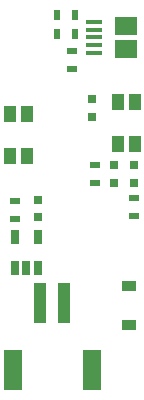
<source format=gtp>
G04 #@! TF.FileFunction,Paste,Top*
%FSLAX46Y46*%
G04 Gerber Fmt 4.6, Leading zero omitted, Abs format (unit mm)*
G04 Created by KiCad (PCBNEW 4.0.7) date Wednesday, October 18, 2017 'PMt' 08:17:54 PM*
%MOMM*%
%LPD*%
G01*
G04 APERTURE LIST*
%ADD10C,0.150000*%
%ADD11R,0.750000X0.800000*%
%ADD12R,0.797560X0.797560*%
%ADD13R,1.200000X0.900000*%
%ADD14R,1.900000X1.500000*%
%ADD15R,1.350000X0.400000*%
%ADD16R,0.995680X3.497580*%
%ADD17R,0.998220X3.497580*%
%ADD18R,1.498600X3.398520*%
%ADD19R,1.498600X3.395980*%
%ADD20R,0.900000X0.500000*%
%ADD21R,0.500000X0.900000*%
%ADD22R,0.650000X1.220000*%
%ADD23R,1.050000X1.400000*%
G04 APERTURE END LIST*
D10*
D11*
X126873000Y-99187000D03*
X126873000Y-97687000D03*
D12*
X135001000Y-96253300D03*
X135001000Y-94754700D03*
D13*
X134620000Y-108330000D03*
X134620000Y-105030000D03*
D12*
X133350000Y-96253300D03*
X133350000Y-94754700D03*
D14*
X134355663Y-82951407D03*
D15*
X131655663Y-84601407D03*
X131655663Y-85251407D03*
X131655663Y-82651407D03*
X131655663Y-83301407D03*
X131655663Y-83951407D03*
D14*
X134355663Y-84951407D03*
D16*
X127096520Y-106392980D03*
D17*
X129098040Y-106392980D03*
D18*
X124752100Y-112141000D03*
D19*
X131445000Y-112141000D03*
D20*
X124968000Y-99302000D03*
X124968000Y-97802000D03*
D21*
X128536000Y-83693000D03*
X130036000Y-83693000D03*
X128536000Y-82042000D03*
X130036000Y-82042000D03*
D20*
X129794000Y-86602000D03*
X129794000Y-85102000D03*
X135001000Y-99060000D03*
X135001000Y-97560000D03*
X131699000Y-96266000D03*
X131699000Y-94766000D03*
D22*
X124958953Y-103447831D03*
X125908953Y-103447831D03*
X126858953Y-103447831D03*
X126858953Y-100827831D03*
X124958953Y-100827831D03*
D11*
X131445000Y-90666000D03*
X131445000Y-89166000D03*
D23*
X125947000Y-94002000D03*
X125947000Y-90402000D03*
X124497000Y-94002000D03*
X124497000Y-90402000D03*
X133641000Y-89386000D03*
X133641000Y-92986000D03*
X135091000Y-89386000D03*
X135091000Y-92986000D03*
M02*

</source>
